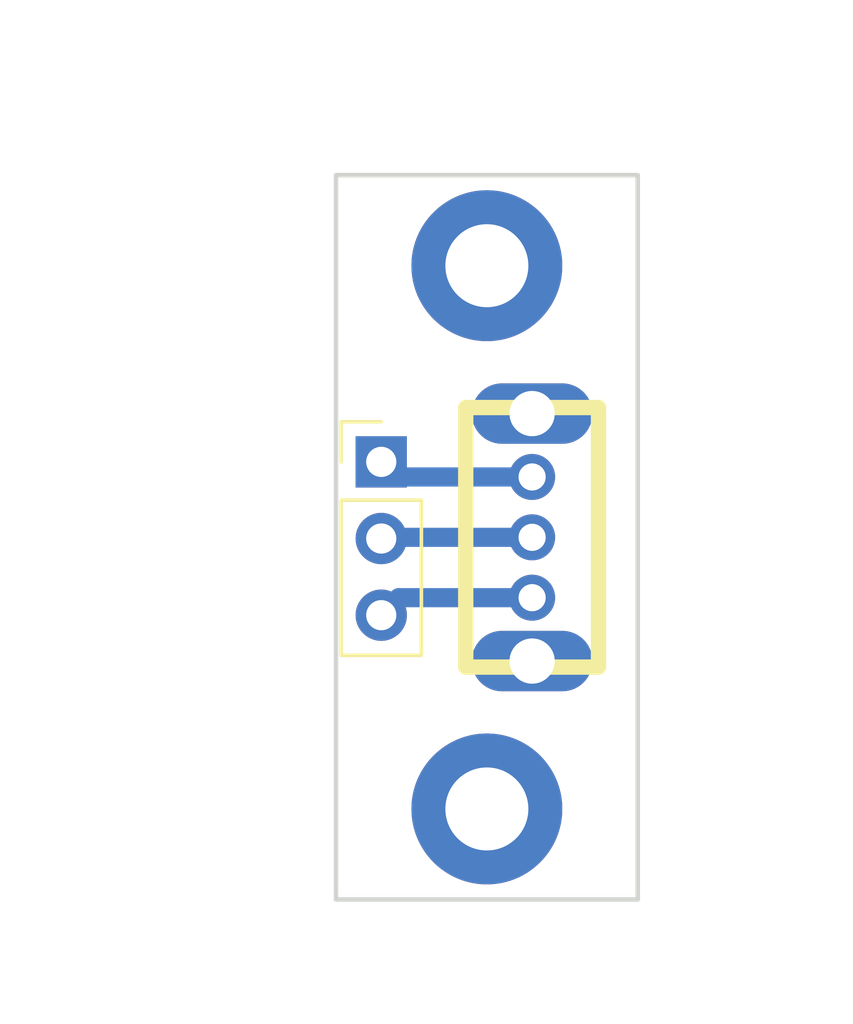
<source format=kicad_pcb>
(kicad_pcb (version 20171130) (host pcbnew "(5.0.0)")

  (general
    (thickness 1.6)
    (drawings 10)
    (tracks 6)
    (zones 0)
    (modules 4)
    (nets 4)
  )

  (page A4)
  (layers
    (0 F.Cu signal)
    (31 B.Cu signal)
    (32 B.Adhes user)
    (33 F.Adhes user)
    (34 B.Paste user)
    (35 F.Paste user)
    (36 B.SilkS user)
    (37 F.SilkS user)
    (38 B.Mask user)
    (39 F.Mask user)
    (40 Dwgs.User user)
    (41 Cmts.User user)
    (42 Eco1.User user)
    (43 Eco2.User user)
    (44 Edge.Cuts user)
    (45 Margin user)
    (46 B.CrtYd user)
    (47 F.CrtYd user)
    (48 B.Fab user)
    (49 F.Fab user)
  )

  (setup
    (last_trace_width 0.25)
    (user_trace_width 0.254)
    (user_trace_width 0.381)
    (user_trace_width 0.635)
    (user_trace_width 1.016)
    (user_trace_width 1.27)
    (trace_clearance 0.2)
    (zone_clearance 0.508)
    (zone_45_only no)
    (trace_min 0.2)
    (segment_width 0.2)
    (edge_width 0.15)
    (via_size 0.8)
    (via_drill 0.4)
    (via_min_size 0.4)
    (via_min_drill 0.3)
    (uvia_size 0.3)
    (uvia_drill 0.1)
    (uvias_allowed no)
    (uvia_min_size 0.2)
    (uvia_min_drill 0.1)
    (pcb_text_width 0.3)
    (pcb_text_size 1.5 1.5)
    (mod_edge_width 0.15)
    (mod_text_size 1 1)
    (mod_text_width 0.15)
    (pad_size 5 5)
    (pad_drill 2.75)
    (pad_to_mask_clearance 0.2)
    (aux_axis_origin 0 0)
    (visible_elements 7FFFFFFF)
    (pcbplotparams
      (layerselection 0x010f0_ffffffff)
      (usegerberextensions true)
      (usegerberattributes false)
      (usegerberadvancedattributes false)
      (creategerberjobfile false)
      (excludeedgelayer true)
      (linewidth 0.100000)
      (plotframeref false)
      (viasonmask false)
      (mode 1)
      (useauxorigin false)
      (hpglpennumber 1)
      (hpglpenspeed 20)
      (hpglpendiameter 15.000000)
      (psnegative false)
      (psa4output false)
      (plotreference true)
      (plotvalue true)
      (plotinvisibletext false)
      (padsonsilk false)
      (subtractmaskfromsilk false)
      (outputformat 1)
      (mirror false)
      (drillshape 0)
      (scaleselection 1)
      (outputdirectory ""))
  )

  (net 0 "")
  (net 1 "Net-(J1-Pad1)")
  (net 2 "Net-(J1-Pad2)")
  (net 3 "Net-(J1-Pad3)")

  (net_class Default "This is the default net class."
    (clearance 0.2)
    (trace_width 0.25)
    (via_dia 0.8)
    (via_drill 0.4)
    (uvia_dia 0.3)
    (uvia_drill 0.1)
    (add_net "Net-(J1-Pad1)")
    (add_net "Net-(J1-Pad2)")
    (add_net "Net-(J1-Pad3)")
  )

  (module modules:CK_MINI_SLIDE_SWITCH (layer F.Cu) (tedit 5BDA6A30) (tstamp 5BDABB13)
    (at 147 104 270)
    (path /5BDA620F)
    (fp_text reference SW1 (at 0.1 -1.3 270) (layer F.SilkS) hide
      (effects (font (size 1 1) (thickness 0.15)))
    )
    (fp_text value SW_SPDT (at 0 -3.4 270) (layer F.Fab) hide
      (effects (font (size 1 1) (thickness 0.15)))
    )
    (fp_line (start -4.3 -2.2) (end -4.3 2.2) (layer F.SilkS) (width 0.508))
    (fp_line (start -4.3 2.2) (end 4.3 2.2) (layer F.SilkS) (width 0.508))
    (fp_line (start 4.3 2.2) (end 4.3 -2.2) (layer F.SilkS) (width 0.508))
    (fp_line (start 4.3 -2.2) (end -4.3 -2.2) (layer F.SilkS) (width 0.508))
    (pad "" thru_hole oval (at -4.1 0 270) (size 2 4) (drill 1.5) (layers *.Cu *.Mask))
    (pad 1 thru_hole circle (at -2 0 270) (size 1.524 1.524) (drill 0.9) (layers *.Cu *.Mask)
      (net 1 "Net-(J1-Pad1)"))
    (pad 3 thru_hole circle (at 2 0 270) (size 1.524 1.524) (drill 0.9) (layers *.Cu *.Mask)
      (net 3 "Net-(J1-Pad3)"))
    (pad 2 thru_hole circle (at 0 0 270) (size 1.524 1.524) (drill 0.9) (layers *.Cu *.Mask)
      (net 2 "Net-(J1-Pad2)"))
    (pad "" thru_hole oval (at 4.1 0 270) (size 2 4) (drill 1.5) (layers *.Cu *.Mask))
  )

  (module Mounting_Holes:MountingHole_2.5mm_Pad (layer F.Cu) (tedit 5BDA7CD8) (tstamp 5BDB1314)
    (at 145.5 113)
    (descr "Mounting Hole 2.5mm")
    (tags "mounting hole 2.5mm")
    (attr virtual)
    (fp_text reference "" (at 0 -3.5) (layer F.SilkS)
      (effects (font (size 1 1) (thickness 0.15)))
    )
    (fp_text value "" (at 0 3.5) (layer F.Fab)
      (effects (font (size 1 1) (thickness 0.15)))
    )
    (fp_text user %R (at 0.3 0) (layer F.Fab)
      (effects (font (size 1 1) (thickness 0.15)))
    )
    (fp_circle (center 0 0) (end 2.5 0) (layer Cmts.User) (width 0.15))
    (fp_circle (center 0 0) (end 2.75 0) (layer F.CrtYd) (width 0.05))
    (pad 1 thru_hole circle (at 0 0) (size 5 5) (drill 2.75) (layers *.Cu *.Mask))
  )

  (module Mounting_Holes:MountingHole_2.5mm_Pad (layer F.Cu) (tedit 5BDA7CCB) (tstamp 5BDAFEAD)
    (at 145.5 95)
    (descr "Mounting Hole 2.5mm")
    (tags "mounting hole 2.5mm")
    (attr virtual)
    (fp_text reference "" (at 0 -3.5) (layer F.SilkS)
      (effects (font (size 1 1) (thickness 0.15)))
    )
    (fp_text value "" (at 0 3.5) (layer F.Fab)
      (effects (font (size 1 1) (thickness 0.15)))
    )
    (fp_text user %R (at 0.3 0) (layer F.Fab)
      (effects (font (size 1 1) (thickness 0.15)))
    )
    (fp_circle (center 0 0) (end 2.5 0) (layer Cmts.User) (width 0.15))
    (fp_circle (center 0 0) (end 2.75 0) (layer F.CrtYd) (width 0.05))
    (pad 1 thru_hole circle (at 0 0) (size 5 5) (drill 2.75) (layers *.Cu *.Mask))
  )

  (module Pin_Headers:Pin_Header_Straight_1x03_Pitch2.54mm (layer F.Cu) (tedit 5BDA68A1) (tstamp 5BDABADE)
    (at 142 101.5)
    (descr "Through hole straight pin header, 1x03, 2.54mm pitch, single row")
    (tags "Through hole pin header THT 1x03 2.54mm single row")
    (path /5BDA643B)
    (fp_text reference J1 (at 0 -2.33) (layer F.SilkS) hide
      (effects (font (size 1 1) (thickness 0.15)))
    )
    (fp_text value Conn_01x03 (at 0 7.41) (layer F.Fab) hide
      (effects (font (size 1 1) (thickness 0.15)))
    )
    (fp_line (start -0.635 -1.27) (end 1.27 -1.27) (layer F.Fab) (width 0.1))
    (fp_line (start 1.27 -1.27) (end 1.27 6.35) (layer F.Fab) (width 0.1))
    (fp_line (start 1.27 6.35) (end -1.27 6.35) (layer F.Fab) (width 0.1))
    (fp_line (start -1.27 6.35) (end -1.27 -0.635) (layer F.Fab) (width 0.1))
    (fp_line (start -1.27 -0.635) (end -0.635 -1.27) (layer F.Fab) (width 0.1))
    (fp_line (start -1.33 6.41) (end 1.33 6.41) (layer F.SilkS) (width 0.12))
    (fp_line (start -1.33 1.27) (end -1.33 6.41) (layer F.SilkS) (width 0.12))
    (fp_line (start 1.33 1.27) (end 1.33 6.41) (layer F.SilkS) (width 0.12))
    (fp_line (start -1.33 1.27) (end 1.33 1.27) (layer F.SilkS) (width 0.12))
    (fp_line (start -1.33 0) (end -1.33 -1.33) (layer F.SilkS) (width 0.12))
    (fp_line (start -1.33 -1.33) (end 0 -1.33) (layer F.SilkS) (width 0.12))
    (fp_line (start -1.8 -1.8) (end -1.8 6.85) (layer F.CrtYd) (width 0.05))
    (fp_line (start -1.8 6.85) (end 1.8 6.85) (layer F.CrtYd) (width 0.05))
    (fp_line (start 1.8 6.85) (end 1.8 -1.8) (layer F.CrtYd) (width 0.05))
    (fp_line (start 1.8 -1.8) (end -1.8 -1.8) (layer F.CrtYd) (width 0.05))
    (fp_text user %R (at 0 2.54 90) (layer F.Fab)
      (effects (font (size 1 1) (thickness 0.15)))
    )
    (pad 1 thru_hole rect (at 0 0) (size 1.7 1.7) (drill 1) (layers *.Cu *.Mask)
      (net 1 "Net-(J1-Pad1)"))
    (pad 2 thru_hole oval (at 0 2.54) (size 1.7 1.7) (drill 1) (layers *.Cu *.Mask)
      (net 2 "Net-(J1-Pad2)"))
    (pad 3 thru_hole oval (at 0 5.08) (size 1.7 1.7) (drill 1) (layers *.Cu *.Mask)
      (net 3 "Net-(J1-Pad3)"))
    (model ${KISYS3DMOD}/Pin_Headers.3dshapes/Pin_Header_Straight_1x03_Pitch2.54mm.wrl
      (at (xyz 0 0 0))
      (scale (xyz 1 1 1))
      (rotate (xyz 0 0 0))
    )
  )

  (dimension 1.5 (width 0.3) (layer Cmts.User)
    (gr_text "1.500 mm" (at 146.25 87.3) (layer Cmts.User)
      (effects (font (size 1.5 1.5) (thickness 0.3)))
    )
    (feature1 (pts (xy 145.5 99.9) (xy 145.5 88.813579)))
    (feature2 (pts (xy 147 99.9) (xy 147 88.813579)))
    (crossbar (pts (xy 147 89.4) (xy 145.5 89.4)))
    (arrow1a (pts (xy 145.5 89.4) (xy 146.626504 88.813579)))
    (arrow1b (pts (xy 145.5 89.4) (xy 146.626504 89.986421)))
    (arrow2a (pts (xy 147 89.4) (xy 145.873496 88.813579)))
    (arrow2b (pts (xy 147 89.4) (xy 145.873496 89.986421)))
  )
  (dimension 4.3 (width 0.3) (layer Cmts.User)
    (gr_text "4.300 mm" (at 146.95 118) (layer Cmts.User)
      (effects (font (size 1.5 1.5) (thickness 0.3)))
    )
    (feature1 (pts (xy 149.1 108.3) (xy 149.1 116.486421)))
    (feature2 (pts (xy 144.8 108.3) (xy 144.8 116.486421)))
    (crossbar (pts (xy 144.8 115.9) (xy 149.1 115.9)))
    (arrow1a (pts (xy 149.1 115.9) (xy 147.973496 116.486421)))
    (arrow1b (pts (xy 149.1 115.9) (xy 147.973496 115.313579)))
    (arrow2a (pts (xy 144.8 115.9) (xy 145.926504 116.486421)))
    (arrow2b (pts (xy 144.8 115.9) (xy 145.926504 115.313579)))
  )
  (dimension 8.6 (width 0.3) (layer Cmts.User)
    (gr_text "8.600 mm" (at 152.7 103.9 270) (layer Cmts.User)
      (effects (font (size 1.5 1.5) (thickness 0.3)))
    )
    (feature1 (pts (xy 149.2 108.2) (xy 151.186421 108.2)))
    (feature2 (pts (xy 149.2 99.6) (xy 151.186421 99.6)))
    (crossbar (pts (xy 150.6 99.6) (xy 150.6 108.2)))
    (arrow1a (pts (xy 150.6 108.2) (xy 150.013579 107.073496)))
    (arrow1b (pts (xy 150.6 108.2) (xy 151.186421 107.073496)))
    (arrow2a (pts (xy 150.6 99.6) (xy 150.013579 100.726504)))
    (arrow2b (pts (xy 150.6 99.6) (xy 151.186421 100.726504)))
  )
  (dimension 24 (width 0.3) (layer Cmts.User)
    (gr_text "24.000 mm" (at 155.7 104 90) (layer Cmts.User)
      (effects (font (size 1.5 1.5) (thickness 0.3)))
    )
    (feature1 (pts (xy 150.6 92) (xy 154.186421 92)))
    (feature2 (pts (xy 150.6 116) (xy 154.186421 116)))
    (crossbar (pts (xy 153.6 116) (xy 153.6 92)))
    (arrow1a (pts (xy 153.6 92) (xy 154.186421 93.126504)))
    (arrow1b (pts (xy 153.6 92) (xy 153.013579 93.126504)))
    (arrow2a (pts (xy 153.6 116) (xy 154.186421 114.873496)))
    (arrow2b (pts (xy 153.6 116) (xy 153.013579 114.873496)))
  )
  (dimension 10 (width 0.3) (layer Cmts.User)
    (gr_text "10.000 mm" (at 145.6 121.5) (layer Cmts.User)
      (effects (font (size 1.5 1.5) (thickness 0.3)))
    )
    (feature1 (pts (xy 140.6 116) (xy 140.6 119.986421)))
    (feature2 (pts (xy 150.6 116) (xy 150.6 119.986421)))
    (crossbar (pts (xy 150.6 119.4) (xy 140.6 119.4)))
    (arrow1a (pts (xy 140.6 119.4) (xy 141.726504 118.813579)))
    (arrow1b (pts (xy 140.6 119.4) (xy 141.726504 119.986421)))
    (arrow2a (pts (xy 150.6 119.4) (xy 149.473496 118.813579)))
    (arrow2b (pts (xy 150.6 119.4) (xy 149.473496 119.986421)))
  )
  (dimension 18 (width 0.3) (layer Cmts.User)
    (gr_text "18.000 mm" (at 134.9 104 270) (layer Cmts.User)
      (effects (font (size 1.5 1.5) (thickness 0.3)))
    )
    (feature1 (pts (xy 145 113) (xy 136.413579 113)))
    (feature2 (pts (xy 145 95) (xy 136.413579 95)))
    (crossbar (pts (xy 137 95) (xy 137 113)))
    (arrow1a (pts (xy 137 113) (xy 136.413579 111.873496)))
    (arrow1b (pts (xy 137 113) (xy 137.586421 111.873496)))
    (arrow2a (pts (xy 137 95) (xy 136.413579 96.126504)))
    (arrow2b (pts (xy 137 95) (xy 137.586421 96.126504)))
  )
  (gr_line (start 140.5 92) (end 150.5 92) (angle 90) (layer Edge.Cuts) (width 0.15))
  (gr_line (start 140.5 116) (end 140.5 92) (angle 90) (layer Edge.Cuts) (width 0.15))
  (gr_line (start 150.5 116) (end 140.5 116) (angle 90) (layer Edge.Cuts) (width 0.15))
  (gr_line (start 150.5 92) (end 150.5 116) (angle 90) (layer Edge.Cuts) (width 0.15))

  (segment (start 142 101.5) (end 142.5 102) (width 0.635) (layer B.Cu) (net 1) (status C00000))
  (segment (start 142.5 102) (end 147 102) (width 0.635) (layer B.Cu) (net 1) (tstamp 5BDB1405) (status C00000))
  (segment (start 142 104.04) (end 142.04 104) (width 0.635) (layer B.Cu) (net 2) (status C00000))
  (segment (start 142.04 104) (end 147 104) (width 0.635) (layer B.Cu) (net 2) (tstamp 5BDB1408) (status C00000))
  (segment (start 142 106.58) (end 142.58 106) (width 0.635) (layer B.Cu) (net 3) (status C00000))
  (segment (start 142.58 106) (end 147 106) (width 0.635) (layer B.Cu) (net 3) (tstamp 5BDB140B) (status C00000))

)

</source>
